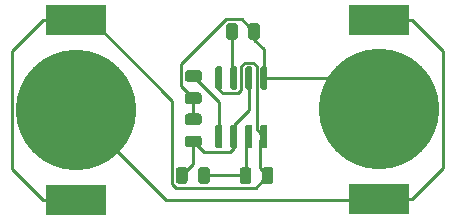
<source format=gbr>
G04 #@! TF.GenerationSoftware,KiCad,Pcbnew,(5.1.5)-3*
G04 #@! TF.CreationDate,2021-08-24T20:05:05-07:00*
G04 #@! TF.ProjectId,Intro_Project,496e7472-6f5f-4507-926f-6a6563742e6b,rev?*
G04 #@! TF.SameCoordinates,Original*
G04 #@! TF.FileFunction,Copper,L1,Top*
G04 #@! TF.FilePolarity,Positive*
%FSLAX46Y46*%
G04 Gerber Fmt 4.6, Leading zero omitted, Abs format (unit mm)*
G04 Created by KiCad (PCBNEW (5.1.5)-3) date 2021-08-24 20:05:05*
%MOMM*%
%LPD*%
G04 APERTURE LIST*
%ADD10C,0.100000*%
%ADD11C,10.200000*%
%ADD12R,5.100000X2.500000*%
%ADD13C,0.250000*%
G04 APERTURE END LIST*
G04 #@! TA.AperFunction,SMDPad,CuDef*
D10*
G36*
X136753203Y-72117222D02*
G01*
X136767764Y-72119382D01*
X136782043Y-72122959D01*
X136795903Y-72127918D01*
X136809210Y-72134212D01*
X136821836Y-72141780D01*
X136833659Y-72150548D01*
X136844566Y-72160434D01*
X136854452Y-72171341D01*
X136863220Y-72183164D01*
X136870788Y-72195790D01*
X136877082Y-72209097D01*
X136882041Y-72222957D01*
X136885618Y-72237236D01*
X136887778Y-72251797D01*
X136888500Y-72266500D01*
X136888500Y-73916500D01*
X136887778Y-73931203D01*
X136885618Y-73945764D01*
X136882041Y-73960043D01*
X136877082Y-73973903D01*
X136870788Y-73987210D01*
X136863220Y-73999836D01*
X136854452Y-74011659D01*
X136844566Y-74022566D01*
X136833659Y-74032452D01*
X136821836Y-74041220D01*
X136809210Y-74048788D01*
X136795903Y-74055082D01*
X136782043Y-74060041D01*
X136767764Y-74063618D01*
X136753203Y-74065778D01*
X136738500Y-74066500D01*
X136438500Y-74066500D01*
X136423797Y-74065778D01*
X136409236Y-74063618D01*
X136394957Y-74060041D01*
X136381097Y-74055082D01*
X136367790Y-74048788D01*
X136355164Y-74041220D01*
X136343341Y-74032452D01*
X136332434Y-74022566D01*
X136322548Y-74011659D01*
X136313780Y-73999836D01*
X136306212Y-73987210D01*
X136299918Y-73973903D01*
X136294959Y-73960043D01*
X136291382Y-73945764D01*
X136289222Y-73931203D01*
X136288500Y-73916500D01*
X136288500Y-72266500D01*
X136289222Y-72251797D01*
X136291382Y-72237236D01*
X136294959Y-72222957D01*
X136299918Y-72209097D01*
X136306212Y-72195790D01*
X136313780Y-72183164D01*
X136322548Y-72171341D01*
X136332434Y-72160434D01*
X136343341Y-72150548D01*
X136355164Y-72141780D01*
X136367790Y-72134212D01*
X136381097Y-72127918D01*
X136394957Y-72122959D01*
X136409236Y-72119382D01*
X136423797Y-72117222D01*
X136438500Y-72116500D01*
X136738500Y-72116500D01*
X136753203Y-72117222D01*
G37*
G04 #@! TD.AperFunction*
G04 #@! TA.AperFunction,SMDPad,CuDef*
G36*
X135483203Y-72117222D02*
G01*
X135497764Y-72119382D01*
X135512043Y-72122959D01*
X135525903Y-72127918D01*
X135539210Y-72134212D01*
X135551836Y-72141780D01*
X135563659Y-72150548D01*
X135574566Y-72160434D01*
X135584452Y-72171341D01*
X135593220Y-72183164D01*
X135600788Y-72195790D01*
X135607082Y-72209097D01*
X135612041Y-72222957D01*
X135615618Y-72237236D01*
X135617778Y-72251797D01*
X135618500Y-72266500D01*
X135618500Y-73916500D01*
X135617778Y-73931203D01*
X135615618Y-73945764D01*
X135612041Y-73960043D01*
X135607082Y-73973903D01*
X135600788Y-73987210D01*
X135593220Y-73999836D01*
X135584452Y-74011659D01*
X135574566Y-74022566D01*
X135563659Y-74032452D01*
X135551836Y-74041220D01*
X135539210Y-74048788D01*
X135525903Y-74055082D01*
X135512043Y-74060041D01*
X135497764Y-74063618D01*
X135483203Y-74065778D01*
X135468500Y-74066500D01*
X135168500Y-74066500D01*
X135153797Y-74065778D01*
X135139236Y-74063618D01*
X135124957Y-74060041D01*
X135111097Y-74055082D01*
X135097790Y-74048788D01*
X135085164Y-74041220D01*
X135073341Y-74032452D01*
X135062434Y-74022566D01*
X135052548Y-74011659D01*
X135043780Y-73999836D01*
X135036212Y-73987210D01*
X135029918Y-73973903D01*
X135024959Y-73960043D01*
X135021382Y-73945764D01*
X135019222Y-73931203D01*
X135018500Y-73916500D01*
X135018500Y-72266500D01*
X135019222Y-72251797D01*
X135021382Y-72237236D01*
X135024959Y-72222957D01*
X135029918Y-72209097D01*
X135036212Y-72195790D01*
X135043780Y-72183164D01*
X135052548Y-72171341D01*
X135062434Y-72160434D01*
X135073341Y-72150548D01*
X135085164Y-72141780D01*
X135097790Y-72134212D01*
X135111097Y-72127918D01*
X135124957Y-72122959D01*
X135139236Y-72119382D01*
X135153797Y-72117222D01*
X135168500Y-72116500D01*
X135468500Y-72116500D01*
X135483203Y-72117222D01*
G37*
G04 #@! TD.AperFunction*
G04 #@! TA.AperFunction,SMDPad,CuDef*
G36*
X134213203Y-72117222D02*
G01*
X134227764Y-72119382D01*
X134242043Y-72122959D01*
X134255903Y-72127918D01*
X134269210Y-72134212D01*
X134281836Y-72141780D01*
X134293659Y-72150548D01*
X134304566Y-72160434D01*
X134314452Y-72171341D01*
X134323220Y-72183164D01*
X134330788Y-72195790D01*
X134337082Y-72209097D01*
X134342041Y-72222957D01*
X134345618Y-72237236D01*
X134347778Y-72251797D01*
X134348500Y-72266500D01*
X134348500Y-73916500D01*
X134347778Y-73931203D01*
X134345618Y-73945764D01*
X134342041Y-73960043D01*
X134337082Y-73973903D01*
X134330788Y-73987210D01*
X134323220Y-73999836D01*
X134314452Y-74011659D01*
X134304566Y-74022566D01*
X134293659Y-74032452D01*
X134281836Y-74041220D01*
X134269210Y-74048788D01*
X134255903Y-74055082D01*
X134242043Y-74060041D01*
X134227764Y-74063618D01*
X134213203Y-74065778D01*
X134198500Y-74066500D01*
X133898500Y-74066500D01*
X133883797Y-74065778D01*
X133869236Y-74063618D01*
X133854957Y-74060041D01*
X133841097Y-74055082D01*
X133827790Y-74048788D01*
X133815164Y-74041220D01*
X133803341Y-74032452D01*
X133792434Y-74022566D01*
X133782548Y-74011659D01*
X133773780Y-73999836D01*
X133766212Y-73987210D01*
X133759918Y-73973903D01*
X133754959Y-73960043D01*
X133751382Y-73945764D01*
X133749222Y-73931203D01*
X133748500Y-73916500D01*
X133748500Y-72266500D01*
X133749222Y-72251797D01*
X133751382Y-72237236D01*
X133754959Y-72222957D01*
X133759918Y-72209097D01*
X133766212Y-72195790D01*
X133773780Y-72183164D01*
X133782548Y-72171341D01*
X133792434Y-72160434D01*
X133803341Y-72150548D01*
X133815164Y-72141780D01*
X133827790Y-72134212D01*
X133841097Y-72127918D01*
X133854957Y-72122959D01*
X133869236Y-72119382D01*
X133883797Y-72117222D01*
X133898500Y-72116500D01*
X134198500Y-72116500D01*
X134213203Y-72117222D01*
G37*
G04 #@! TD.AperFunction*
G04 #@! TA.AperFunction,SMDPad,CuDef*
G36*
X132943203Y-72117222D02*
G01*
X132957764Y-72119382D01*
X132972043Y-72122959D01*
X132985903Y-72127918D01*
X132999210Y-72134212D01*
X133011836Y-72141780D01*
X133023659Y-72150548D01*
X133034566Y-72160434D01*
X133044452Y-72171341D01*
X133053220Y-72183164D01*
X133060788Y-72195790D01*
X133067082Y-72209097D01*
X133072041Y-72222957D01*
X133075618Y-72237236D01*
X133077778Y-72251797D01*
X133078500Y-72266500D01*
X133078500Y-73916500D01*
X133077778Y-73931203D01*
X133075618Y-73945764D01*
X133072041Y-73960043D01*
X133067082Y-73973903D01*
X133060788Y-73987210D01*
X133053220Y-73999836D01*
X133044452Y-74011659D01*
X133034566Y-74022566D01*
X133023659Y-74032452D01*
X133011836Y-74041220D01*
X132999210Y-74048788D01*
X132985903Y-74055082D01*
X132972043Y-74060041D01*
X132957764Y-74063618D01*
X132943203Y-74065778D01*
X132928500Y-74066500D01*
X132628500Y-74066500D01*
X132613797Y-74065778D01*
X132599236Y-74063618D01*
X132584957Y-74060041D01*
X132571097Y-74055082D01*
X132557790Y-74048788D01*
X132545164Y-74041220D01*
X132533341Y-74032452D01*
X132522434Y-74022566D01*
X132512548Y-74011659D01*
X132503780Y-73999836D01*
X132496212Y-73987210D01*
X132489918Y-73973903D01*
X132484959Y-73960043D01*
X132481382Y-73945764D01*
X132479222Y-73931203D01*
X132478500Y-73916500D01*
X132478500Y-72266500D01*
X132479222Y-72251797D01*
X132481382Y-72237236D01*
X132484959Y-72222957D01*
X132489918Y-72209097D01*
X132496212Y-72195790D01*
X132503780Y-72183164D01*
X132512548Y-72171341D01*
X132522434Y-72160434D01*
X132533341Y-72150548D01*
X132545164Y-72141780D01*
X132557790Y-72134212D01*
X132571097Y-72127918D01*
X132584957Y-72122959D01*
X132599236Y-72119382D01*
X132613797Y-72117222D01*
X132628500Y-72116500D01*
X132928500Y-72116500D01*
X132943203Y-72117222D01*
G37*
G04 #@! TD.AperFunction*
G04 #@! TA.AperFunction,SMDPad,CuDef*
G36*
X132943203Y-77067222D02*
G01*
X132957764Y-77069382D01*
X132972043Y-77072959D01*
X132985903Y-77077918D01*
X132999210Y-77084212D01*
X133011836Y-77091780D01*
X133023659Y-77100548D01*
X133034566Y-77110434D01*
X133044452Y-77121341D01*
X133053220Y-77133164D01*
X133060788Y-77145790D01*
X133067082Y-77159097D01*
X133072041Y-77172957D01*
X133075618Y-77187236D01*
X133077778Y-77201797D01*
X133078500Y-77216500D01*
X133078500Y-78866500D01*
X133077778Y-78881203D01*
X133075618Y-78895764D01*
X133072041Y-78910043D01*
X133067082Y-78923903D01*
X133060788Y-78937210D01*
X133053220Y-78949836D01*
X133044452Y-78961659D01*
X133034566Y-78972566D01*
X133023659Y-78982452D01*
X133011836Y-78991220D01*
X132999210Y-78998788D01*
X132985903Y-79005082D01*
X132972043Y-79010041D01*
X132957764Y-79013618D01*
X132943203Y-79015778D01*
X132928500Y-79016500D01*
X132628500Y-79016500D01*
X132613797Y-79015778D01*
X132599236Y-79013618D01*
X132584957Y-79010041D01*
X132571097Y-79005082D01*
X132557790Y-78998788D01*
X132545164Y-78991220D01*
X132533341Y-78982452D01*
X132522434Y-78972566D01*
X132512548Y-78961659D01*
X132503780Y-78949836D01*
X132496212Y-78937210D01*
X132489918Y-78923903D01*
X132484959Y-78910043D01*
X132481382Y-78895764D01*
X132479222Y-78881203D01*
X132478500Y-78866500D01*
X132478500Y-77216500D01*
X132479222Y-77201797D01*
X132481382Y-77187236D01*
X132484959Y-77172957D01*
X132489918Y-77159097D01*
X132496212Y-77145790D01*
X132503780Y-77133164D01*
X132512548Y-77121341D01*
X132522434Y-77110434D01*
X132533341Y-77100548D01*
X132545164Y-77091780D01*
X132557790Y-77084212D01*
X132571097Y-77077918D01*
X132584957Y-77072959D01*
X132599236Y-77069382D01*
X132613797Y-77067222D01*
X132628500Y-77066500D01*
X132928500Y-77066500D01*
X132943203Y-77067222D01*
G37*
G04 #@! TD.AperFunction*
G04 #@! TA.AperFunction,SMDPad,CuDef*
G36*
X134213203Y-77067222D02*
G01*
X134227764Y-77069382D01*
X134242043Y-77072959D01*
X134255903Y-77077918D01*
X134269210Y-77084212D01*
X134281836Y-77091780D01*
X134293659Y-77100548D01*
X134304566Y-77110434D01*
X134314452Y-77121341D01*
X134323220Y-77133164D01*
X134330788Y-77145790D01*
X134337082Y-77159097D01*
X134342041Y-77172957D01*
X134345618Y-77187236D01*
X134347778Y-77201797D01*
X134348500Y-77216500D01*
X134348500Y-78866500D01*
X134347778Y-78881203D01*
X134345618Y-78895764D01*
X134342041Y-78910043D01*
X134337082Y-78923903D01*
X134330788Y-78937210D01*
X134323220Y-78949836D01*
X134314452Y-78961659D01*
X134304566Y-78972566D01*
X134293659Y-78982452D01*
X134281836Y-78991220D01*
X134269210Y-78998788D01*
X134255903Y-79005082D01*
X134242043Y-79010041D01*
X134227764Y-79013618D01*
X134213203Y-79015778D01*
X134198500Y-79016500D01*
X133898500Y-79016500D01*
X133883797Y-79015778D01*
X133869236Y-79013618D01*
X133854957Y-79010041D01*
X133841097Y-79005082D01*
X133827790Y-78998788D01*
X133815164Y-78991220D01*
X133803341Y-78982452D01*
X133792434Y-78972566D01*
X133782548Y-78961659D01*
X133773780Y-78949836D01*
X133766212Y-78937210D01*
X133759918Y-78923903D01*
X133754959Y-78910043D01*
X133751382Y-78895764D01*
X133749222Y-78881203D01*
X133748500Y-78866500D01*
X133748500Y-77216500D01*
X133749222Y-77201797D01*
X133751382Y-77187236D01*
X133754959Y-77172957D01*
X133759918Y-77159097D01*
X133766212Y-77145790D01*
X133773780Y-77133164D01*
X133782548Y-77121341D01*
X133792434Y-77110434D01*
X133803341Y-77100548D01*
X133815164Y-77091780D01*
X133827790Y-77084212D01*
X133841097Y-77077918D01*
X133854957Y-77072959D01*
X133869236Y-77069382D01*
X133883797Y-77067222D01*
X133898500Y-77066500D01*
X134198500Y-77066500D01*
X134213203Y-77067222D01*
G37*
G04 #@! TD.AperFunction*
G04 #@! TA.AperFunction,SMDPad,CuDef*
G36*
X135483203Y-77067222D02*
G01*
X135497764Y-77069382D01*
X135512043Y-77072959D01*
X135525903Y-77077918D01*
X135539210Y-77084212D01*
X135551836Y-77091780D01*
X135563659Y-77100548D01*
X135574566Y-77110434D01*
X135584452Y-77121341D01*
X135593220Y-77133164D01*
X135600788Y-77145790D01*
X135607082Y-77159097D01*
X135612041Y-77172957D01*
X135615618Y-77187236D01*
X135617778Y-77201797D01*
X135618500Y-77216500D01*
X135618500Y-78866500D01*
X135617778Y-78881203D01*
X135615618Y-78895764D01*
X135612041Y-78910043D01*
X135607082Y-78923903D01*
X135600788Y-78937210D01*
X135593220Y-78949836D01*
X135584452Y-78961659D01*
X135574566Y-78972566D01*
X135563659Y-78982452D01*
X135551836Y-78991220D01*
X135539210Y-78998788D01*
X135525903Y-79005082D01*
X135512043Y-79010041D01*
X135497764Y-79013618D01*
X135483203Y-79015778D01*
X135468500Y-79016500D01*
X135168500Y-79016500D01*
X135153797Y-79015778D01*
X135139236Y-79013618D01*
X135124957Y-79010041D01*
X135111097Y-79005082D01*
X135097790Y-78998788D01*
X135085164Y-78991220D01*
X135073341Y-78982452D01*
X135062434Y-78972566D01*
X135052548Y-78961659D01*
X135043780Y-78949836D01*
X135036212Y-78937210D01*
X135029918Y-78923903D01*
X135024959Y-78910043D01*
X135021382Y-78895764D01*
X135019222Y-78881203D01*
X135018500Y-78866500D01*
X135018500Y-77216500D01*
X135019222Y-77201797D01*
X135021382Y-77187236D01*
X135024959Y-77172957D01*
X135029918Y-77159097D01*
X135036212Y-77145790D01*
X135043780Y-77133164D01*
X135052548Y-77121341D01*
X135062434Y-77110434D01*
X135073341Y-77100548D01*
X135085164Y-77091780D01*
X135097790Y-77084212D01*
X135111097Y-77077918D01*
X135124957Y-77072959D01*
X135139236Y-77069382D01*
X135153797Y-77067222D01*
X135168500Y-77066500D01*
X135468500Y-77066500D01*
X135483203Y-77067222D01*
G37*
G04 #@! TD.AperFunction*
G04 #@! TA.AperFunction,SMDPad,CuDef*
G36*
X136753203Y-77067222D02*
G01*
X136767764Y-77069382D01*
X136782043Y-77072959D01*
X136795903Y-77077918D01*
X136809210Y-77084212D01*
X136821836Y-77091780D01*
X136833659Y-77100548D01*
X136844566Y-77110434D01*
X136854452Y-77121341D01*
X136863220Y-77133164D01*
X136870788Y-77145790D01*
X136877082Y-77159097D01*
X136882041Y-77172957D01*
X136885618Y-77187236D01*
X136887778Y-77201797D01*
X136888500Y-77216500D01*
X136888500Y-78866500D01*
X136887778Y-78881203D01*
X136885618Y-78895764D01*
X136882041Y-78910043D01*
X136877082Y-78923903D01*
X136870788Y-78937210D01*
X136863220Y-78949836D01*
X136854452Y-78961659D01*
X136844566Y-78972566D01*
X136833659Y-78982452D01*
X136821836Y-78991220D01*
X136809210Y-78998788D01*
X136795903Y-79005082D01*
X136782043Y-79010041D01*
X136767764Y-79013618D01*
X136753203Y-79015778D01*
X136738500Y-79016500D01*
X136438500Y-79016500D01*
X136423797Y-79015778D01*
X136409236Y-79013618D01*
X136394957Y-79010041D01*
X136381097Y-79005082D01*
X136367790Y-78998788D01*
X136355164Y-78991220D01*
X136343341Y-78982452D01*
X136332434Y-78972566D01*
X136322548Y-78961659D01*
X136313780Y-78949836D01*
X136306212Y-78937210D01*
X136299918Y-78923903D01*
X136294959Y-78910043D01*
X136291382Y-78895764D01*
X136289222Y-78881203D01*
X136288500Y-78866500D01*
X136288500Y-77216500D01*
X136289222Y-77201797D01*
X136291382Y-77187236D01*
X136294959Y-77172957D01*
X136299918Y-77159097D01*
X136306212Y-77145790D01*
X136313780Y-77133164D01*
X136322548Y-77121341D01*
X136332434Y-77110434D01*
X136343341Y-77100548D01*
X136355164Y-77091780D01*
X136367790Y-77084212D01*
X136381097Y-77077918D01*
X136394957Y-77072959D01*
X136409236Y-77069382D01*
X136423797Y-77067222D01*
X136438500Y-77066500D01*
X136738500Y-77066500D01*
X136753203Y-77067222D01*
G37*
G04 #@! TD.AperFunction*
D11*
X146367500Y-75755500D03*
D12*
X146367500Y-83355500D03*
X146367500Y-68155500D03*
X120713500Y-83419000D03*
X120713500Y-68219000D03*
D11*
X120713500Y-75819000D03*
G04 #@! TA.AperFunction,SMDPad,CuDef*
D10*
G36*
X131099642Y-74316674D02*
G01*
X131123303Y-74320184D01*
X131146507Y-74325996D01*
X131169029Y-74334054D01*
X131190653Y-74344282D01*
X131211170Y-74356579D01*
X131230383Y-74370829D01*
X131248107Y-74386893D01*
X131264171Y-74404617D01*
X131278421Y-74423830D01*
X131290718Y-74444347D01*
X131300946Y-74465971D01*
X131309004Y-74488493D01*
X131314816Y-74511697D01*
X131318326Y-74535358D01*
X131319500Y-74559250D01*
X131319500Y-75046750D01*
X131318326Y-75070642D01*
X131314816Y-75094303D01*
X131309004Y-75117507D01*
X131300946Y-75140029D01*
X131290718Y-75161653D01*
X131278421Y-75182170D01*
X131264171Y-75201383D01*
X131248107Y-75219107D01*
X131230383Y-75235171D01*
X131211170Y-75249421D01*
X131190653Y-75261718D01*
X131169029Y-75271946D01*
X131146507Y-75280004D01*
X131123303Y-75285816D01*
X131099642Y-75289326D01*
X131075750Y-75290500D01*
X130163250Y-75290500D01*
X130139358Y-75289326D01*
X130115697Y-75285816D01*
X130092493Y-75280004D01*
X130069971Y-75271946D01*
X130048347Y-75261718D01*
X130027830Y-75249421D01*
X130008617Y-75235171D01*
X129990893Y-75219107D01*
X129974829Y-75201383D01*
X129960579Y-75182170D01*
X129948282Y-75161653D01*
X129938054Y-75140029D01*
X129929996Y-75117507D01*
X129924184Y-75094303D01*
X129920674Y-75070642D01*
X129919500Y-75046750D01*
X129919500Y-74559250D01*
X129920674Y-74535358D01*
X129924184Y-74511697D01*
X129929996Y-74488493D01*
X129938054Y-74465971D01*
X129948282Y-74444347D01*
X129960579Y-74423830D01*
X129974829Y-74404617D01*
X129990893Y-74386893D01*
X130008617Y-74370829D01*
X130027830Y-74356579D01*
X130048347Y-74344282D01*
X130069971Y-74334054D01*
X130092493Y-74325996D01*
X130115697Y-74320184D01*
X130139358Y-74316674D01*
X130163250Y-74315500D01*
X131075750Y-74315500D01*
X131099642Y-74316674D01*
G37*
G04 #@! TD.AperFunction*
G04 #@! TA.AperFunction,SMDPad,CuDef*
G36*
X131099642Y-72441674D02*
G01*
X131123303Y-72445184D01*
X131146507Y-72450996D01*
X131169029Y-72459054D01*
X131190653Y-72469282D01*
X131211170Y-72481579D01*
X131230383Y-72495829D01*
X131248107Y-72511893D01*
X131264171Y-72529617D01*
X131278421Y-72548830D01*
X131290718Y-72569347D01*
X131300946Y-72590971D01*
X131309004Y-72613493D01*
X131314816Y-72636697D01*
X131318326Y-72660358D01*
X131319500Y-72684250D01*
X131319500Y-73171750D01*
X131318326Y-73195642D01*
X131314816Y-73219303D01*
X131309004Y-73242507D01*
X131300946Y-73265029D01*
X131290718Y-73286653D01*
X131278421Y-73307170D01*
X131264171Y-73326383D01*
X131248107Y-73344107D01*
X131230383Y-73360171D01*
X131211170Y-73374421D01*
X131190653Y-73386718D01*
X131169029Y-73396946D01*
X131146507Y-73405004D01*
X131123303Y-73410816D01*
X131099642Y-73414326D01*
X131075750Y-73415500D01*
X130163250Y-73415500D01*
X130139358Y-73414326D01*
X130115697Y-73410816D01*
X130092493Y-73405004D01*
X130069971Y-73396946D01*
X130048347Y-73386718D01*
X130027830Y-73374421D01*
X130008617Y-73360171D01*
X129990893Y-73344107D01*
X129974829Y-73326383D01*
X129960579Y-73307170D01*
X129948282Y-73286653D01*
X129938054Y-73265029D01*
X129929996Y-73242507D01*
X129924184Y-73219303D01*
X129920674Y-73195642D01*
X129919500Y-73171750D01*
X129919500Y-72684250D01*
X129920674Y-72660358D01*
X129924184Y-72636697D01*
X129929996Y-72613493D01*
X129938054Y-72590971D01*
X129948282Y-72569347D01*
X129960579Y-72548830D01*
X129974829Y-72529617D01*
X129990893Y-72511893D01*
X130008617Y-72495829D01*
X130027830Y-72481579D01*
X130048347Y-72469282D01*
X130069971Y-72459054D01*
X130092493Y-72450996D01*
X130115697Y-72445184D01*
X130139358Y-72441674D01*
X130163250Y-72440500D01*
X131075750Y-72440500D01*
X131099642Y-72441674D01*
G37*
G04 #@! TD.AperFunction*
G04 #@! TA.AperFunction,SMDPad,CuDef*
G36*
X131099642Y-76094674D02*
G01*
X131123303Y-76098184D01*
X131146507Y-76103996D01*
X131169029Y-76112054D01*
X131190653Y-76122282D01*
X131211170Y-76134579D01*
X131230383Y-76148829D01*
X131248107Y-76164893D01*
X131264171Y-76182617D01*
X131278421Y-76201830D01*
X131290718Y-76222347D01*
X131300946Y-76243971D01*
X131309004Y-76266493D01*
X131314816Y-76289697D01*
X131318326Y-76313358D01*
X131319500Y-76337250D01*
X131319500Y-76824750D01*
X131318326Y-76848642D01*
X131314816Y-76872303D01*
X131309004Y-76895507D01*
X131300946Y-76918029D01*
X131290718Y-76939653D01*
X131278421Y-76960170D01*
X131264171Y-76979383D01*
X131248107Y-76997107D01*
X131230383Y-77013171D01*
X131211170Y-77027421D01*
X131190653Y-77039718D01*
X131169029Y-77049946D01*
X131146507Y-77058004D01*
X131123303Y-77063816D01*
X131099642Y-77067326D01*
X131075750Y-77068500D01*
X130163250Y-77068500D01*
X130139358Y-77067326D01*
X130115697Y-77063816D01*
X130092493Y-77058004D01*
X130069971Y-77049946D01*
X130048347Y-77039718D01*
X130027830Y-77027421D01*
X130008617Y-77013171D01*
X129990893Y-76997107D01*
X129974829Y-76979383D01*
X129960579Y-76960170D01*
X129948282Y-76939653D01*
X129938054Y-76918029D01*
X129929996Y-76895507D01*
X129924184Y-76872303D01*
X129920674Y-76848642D01*
X129919500Y-76824750D01*
X129919500Y-76337250D01*
X129920674Y-76313358D01*
X129924184Y-76289697D01*
X129929996Y-76266493D01*
X129938054Y-76243971D01*
X129948282Y-76222347D01*
X129960579Y-76201830D01*
X129974829Y-76182617D01*
X129990893Y-76164893D01*
X130008617Y-76148829D01*
X130027830Y-76134579D01*
X130048347Y-76122282D01*
X130069971Y-76112054D01*
X130092493Y-76103996D01*
X130115697Y-76098184D01*
X130139358Y-76094674D01*
X130163250Y-76093500D01*
X131075750Y-76093500D01*
X131099642Y-76094674D01*
G37*
G04 #@! TD.AperFunction*
G04 #@! TA.AperFunction,SMDPad,CuDef*
G36*
X131099642Y-77969674D02*
G01*
X131123303Y-77973184D01*
X131146507Y-77978996D01*
X131169029Y-77987054D01*
X131190653Y-77997282D01*
X131211170Y-78009579D01*
X131230383Y-78023829D01*
X131248107Y-78039893D01*
X131264171Y-78057617D01*
X131278421Y-78076830D01*
X131290718Y-78097347D01*
X131300946Y-78118971D01*
X131309004Y-78141493D01*
X131314816Y-78164697D01*
X131318326Y-78188358D01*
X131319500Y-78212250D01*
X131319500Y-78699750D01*
X131318326Y-78723642D01*
X131314816Y-78747303D01*
X131309004Y-78770507D01*
X131300946Y-78793029D01*
X131290718Y-78814653D01*
X131278421Y-78835170D01*
X131264171Y-78854383D01*
X131248107Y-78872107D01*
X131230383Y-78888171D01*
X131211170Y-78902421D01*
X131190653Y-78914718D01*
X131169029Y-78924946D01*
X131146507Y-78933004D01*
X131123303Y-78938816D01*
X131099642Y-78942326D01*
X131075750Y-78943500D01*
X130163250Y-78943500D01*
X130139358Y-78942326D01*
X130115697Y-78938816D01*
X130092493Y-78933004D01*
X130069971Y-78924946D01*
X130048347Y-78914718D01*
X130027830Y-78902421D01*
X130008617Y-78888171D01*
X129990893Y-78872107D01*
X129974829Y-78854383D01*
X129960579Y-78835170D01*
X129948282Y-78814653D01*
X129938054Y-78793029D01*
X129929996Y-78770507D01*
X129924184Y-78747303D01*
X129920674Y-78723642D01*
X129919500Y-78699750D01*
X129919500Y-78212250D01*
X129920674Y-78188358D01*
X129924184Y-78164697D01*
X129929996Y-78141493D01*
X129938054Y-78118971D01*
X129948282Y-78097347D01*
X129960579Y-78076830D01*
X129974829Y-78057617D01*
X129990893Y-78039893D01*
X130008617Y-78023829D01*
X130027830Y-78009579D01*
X130048347Y-77997282D01*
X130069971Y-77987054D01*
X130092493Y-77978996D01*
X130115697Y-77973184D01*
X130139358Y-77969674D01*
X130163250Y-77968500D01*
X131075750Y-77968500D01*
X131099642Y-77969674D01*
G37*
G04 #@! TD.AperFunction*
G04 #@! TA.AperFunction,SMDPad,CuDef*
G36*
X136030642Y-68452674D02*
G01*
X136054303Y-68456184D01*
X136077507Y-68461996D01*
X136100029Y-68470054D01*
X136121653Y-68480282D01*
X136142170Y-68492579D01*
X136161383Y-68506829D01*
X136179107Y-68522893D01*
X136195171Y-68540617D01*
X136209421Y-68559830D01*
X136221718Y-68580347D01*
X136231946Y-68601971D01*
X136240004Y-68624493D01*
X136245816Y-68647697D01*
X136249326Y-68671358D01*
X136250500Y-68695250D01*
X136250500Y-69607750D01*
X136249326Y-69631642D01*
X136245816Y-69655303D01*
X136240004Y-69678507D01*
X136231946Y-69701029D01*
X136221718Y-69722653D01*
X136209421Y-69743170D01*
X136195171Y-69762383D01*
X136179107Y-69780107D01*
X136161383Y-69796171D01*
X136142170Y-69810421D01*
X136121653Y-69822718D01*
X136100029Y-69832946D01*
X136077507Y-69841004D01*
X136054303Y-69846816D01*
X136030642Y-69850326D01*
X136006750Y-69851500D01*
X135519250Y-69851500D01*
X135495358Y-69850326D01*
X135471697Y-69846816D01*
X135448493Y-69841004D01*
X135425971Y-69832946D01*
X135404347Y-69822718D01*
X135383830Y-69810421D01*
X135364617Y-69796171D01*
X135346893Y-69780107D01*
X135330829Y-69762383D01*
X135316579Y-69743170D01*
X135304282Y-69722653D01*
X135294054Y-69701029D01*
X135285996Y-69678507D01*
X135280184Y-69655303D01*
X135276674Y-69631642D01*
X135275500Y-69607750D01*
X135275500Y-68695250D01*
X135276674Y-68671358D01*
X135280184Y-68647697D01*
X135285996Y-68624493D01*
X135294054Y-68601971D01*
X135304282Y-68580347D01*
X135316579Y-68559830D01*
X135330829Y-68540617D01*
X135346893Y-68522893D01*
X135364617Y-68506829D01*
X135383830Y-68492579D01*
X135404347Y-68480282D01*
X135425971Y-68470054D01*
X135448493Y-68461996D01*
X135471697Y-68456184D01*
X135495358Y-68452674D01*
X135519250Y-68451500D01*
X136006750Y-68451500D01*
X136030642Y-68452674D01*
G37*
G04 #@! TD.AperFunction*
G04 #@! TA.AperFunction,SMDPad,CuDef*
G36*
X134155642Y-68452674D02*
G01*
X134179303Y-68456184D01*
X134202507Y-68461996D01*
X134225029Y-68470054D01*
X134246653Y-68480282D01*
X134267170Y-68492579D01*
X134286383Y-68506829D01*
X134304107Y-68522893D01*
X134320171Y-68540617D01*
X134334421Y-68559830D01*
X134346718Y-68580347D01*
X134356946Y-68601971D01*
X134365004Y-68624493D01*
X134370816Y-68647697D01*
X134374326Y-68671358D01*
X134375500Y-68695250D01*
X134375500Y-69607750D01*
X134374326Y-69631642D01*
X134370816Y-69655303D01*
X134365004Y-69678507D01*
X134356946Y-69701029D01*
X134346718Y-69722653D01*
X134334421Y-69743170D01*
X134320171Y-69762383D01*
X134304107Y-69780107D01*
X134286383Y-69796171D01*
X134267170Y-69810421D01*
X134246653Y-69822718D01*
X134225029Y-69832946D01*
X134202507Y-69841004D01*
X134179303Y-69846816D01*
X134155642Y-69850326D01*
X134131750Y-69851500D01*
X133644250Y-69851500D01*
X133620358Y-69850326D01*
X133596697Y-69846816D01*
X133573493Y-69841004D01*
X133550971Y-69832946D01*
X133529347Y-69822718D01*
X133508830Y-69810421D01*
X133489617Y-69796171D01*
X133471893Y-69780107D01*
X133455829Y-69762383D01*
X133441579Y-69743170D01*
X133429282Y-69722653D01*
X133419054Y-69701029D01*
X133410996Y-69678507D01*
X133405184Y-69655303D01*
X133401674Y-69631642D01*
X133400500Y-69607750D01*
X133400500Y-68695250D01*
X133401674Y-68671358D01*
X133405184Y-68647697D01*
X133410996Y-68624493D01*
X133419054Y-68601971D01*
X133429282Y-68580347D01*
X133441579Y-68559830D01*
X133455829Y-68540617D01*
X133471893Y-68522893D01*
X133489617Y-68506829D01*
X133508830Y-68492579D01*
X133529347Y-68480282D01*
X133550971Y-68470054D01*
X133573493Y-68461996D01*
X133596697Y-68456184D01*
X133620358Y-68452674D01*
X133644250Y-68451500D01*
X134131750Y-68451500D01*
X134155642Y-68452674D01*
G37*
G04 #@! TD.AperFunction*
G04 #@! TA.AperFunction,SMDPad,CuDef*
G36*
X135298642Y-80644674D02*
G01*
X135322303Y-80648184D01*
X135345507Y-80653996D01*
X135368029Y-80662054D01*
X135389653Y-80672282D01*
X135410170Y-80684579D01*
X135429383Y-80698829D01*
X135447107Y-80714893D01*
X135463171Y-80732617D01*
X135477421Y-80751830D01*
X135489718Y-80772347D01*
X135499946Y-80793971D01*
X135508004Y-80816493D01*
X135513816Y-80839697D01*
X135517326Y-80863358D01*
X135518500Y-80887250D01*
X135518500Y-81799750D01*
X135517326Y-81823642D01*
X135513816Y-81847303D01*
X135508004Y-81870507D01*
X135499946Y-81893029D01*
X135489718Y-81914653D01*
X135477421Y-81935170D01*
X135463171Y-81954383D01*
X135447107Y-81972107D01*
X135429383Y-81988171D01*
X135410170Y-82002421D01*
X135389653Y-82014718D01*
X135368029Y-82024946D01*
X135345507Y-82033004D01*
X135322303Y-82038816D01*
X135298642Y-82042326D01*
X135274750Y-82043500D01*
X134787250Y-82043500D01*
X134763358Y-82042326D01*
X134739697Y-82038816D01*
X134716493Y-82033004D01*
X134693971Y-82024946D01*
X134672347Y-82014718D01*
X134651830Y-82002421D01*
X134632617Y-81988171D01*
X134614893Y-81972107D01*
X134598829Y-81954383D01*
X134584579Y-81935170D01*
X134572282Y-81914653D01*
X134562054Y-81893029D01*
X134553996Y-81870507D01*
X134548184Y-81847303D01*
X134544674Y-81823642D01*
X134543500Y-81799750D01*
X134543500Y-80887250D01*
X134544674Y-80863358D01*
X134548184Y-80839697D01*
X134553996Y-80816493D01*
X134562054Y-80793971D01*
X134572282Y-80772347D01*
X134584579Y-80751830D01*
X134598829Y-80732617D01*
X134614893Y-80714893D01*
X134632617Y-80698829D01*
X134651830Y-80684579D01*
X134672347Y-80672282D01*
X134693971Y-80662054D01*
X134716493Y-80653996D01*
X134739697Y-80648184D01*
X134763358Y-80644674D01*
X134787250Y-80643500D01*
X135274750Y-80643500D01*
X135298642Y-80644674D01*
G37*
G04 #@! TD.AperFunction*
G04 #@! TA.AperFunction,SMDPad,CuDef*
G36*
X137173642Y-80644674D02*
G01*
X137197303Y-80648184D01*
X137220507Y-80653996D01*
X137243029Y-80662054D01*
X137264653Y-80672282D01*
X137285170Y-80684579D01*
X137304383Y-80698829D01*
X137322107Y-80714893D01*
X137338171Y-80732617D01*
X137352421Y-80751830D01*
X137364718Y-80772347D01*
X137374946Y-80793971D01*
X137383004Y-80816493D01*
X137388816Y-80839697D01*
X137392326Y-80863358D01*
X137393500Y-80887250D01*
X137393500Y-81799750D01*
X137392326Y-81823642D01*
X137388816Y-81847303D01*
X137383004Y-81870507D01*
X137374946Y-81893029D01*
X137364718Y-81914653D01*
X137352421Y-81935170D01*
X137338171Y-81954383D01*
X137322107Y-81972107D01*
X137304383Y-81988171D01*
X137285170Y-82002421D01*
X137264653Y-82014718D01*
X137243029Y-82024946D01*
X137220507Y-82033004D01*
X137197303Y-82038816D01*
X137173642Y-82042326D01*
X137149750Y-82043500D01*
X136662250Y-82043500D01*
X136638358Y-82042326D01*
X136614697Y-82038816D01*
X136591493Y-82033004D01*
X136568971Y-82024946D01*
X136547347Y-82014718D01*
X136526830Y-82002421D01*
X136507617Y-81988171D01*
X136489893Y-81972107D01*
X136473829Y-81954383D01*
X136459579Y-81935170D01*
X136447282Y-81914653D01*
X136437054Y-81893029D01*
X136428996Y-81870507D01*
X136423184Y-81847303D01*
X136419674Y-81823642D01*
X136418500Y-81799750D01*
X136418500Y-80887250D01*
X136419674Y-80863358D01*
X136423184Y-80839697D01*
X136428996Y-80816493D01*
X136437054Y-80793971D01*
X136447282Y-80772347D01*
X136459579Y-80751830D01*
X136473829Y-80732617D01*
X136489893Y-80714893D01*
X136507617Y-80698829D01*
X136526830Y-80684579D01*
X136547347Y-80672282D01*
X136568971Y-80662054D01*
X136591493Y-80653996D01*
X136614697Y-80648184D01*
X136638358Y-80644674D01*
X136662250Y-80643500D01*
X137149750Y-80643500D01*
X137173642Y-80644674D01*
G37*
G04 #@! TD.AperFunction*
G04 #@! TA.AperFunction,SMDPad,CuDef*
G36*
X131776142Y-80644674D02*
G01*
X131799803Y-80648184D01*
X131823007Y-80653996D01*
X131845529Y-80662054D01*
X131867153Y-80672282D01*
X131887670Y-80684579D01*
X131906883Y-80698829D01*
X131924607Y-80714893D01*
X131940671Y-80732617D01*
X131954921Y-80751830D01*
X131967218Y-80772347D01*
X131977446Y-80793971D01*
X131985504Y-80816493D01*
X131991316Y-80839697D01*
X131994826Y-80863358D01*
X131996000Y-80887250D01*
X131996000Y-81799750D01*
X131994826Y-81823642D01*
X131991316Y-81847303D01*
X131985504Y-81870507D01*
X131977446Y-81893029D01*
X131967218Y-81914653D01*
X131954921Y-81935170D01*
X131940671Y-81954383D01*
X131924607Y-81972107D01*
X131906883Y-81988171D01*
X131887670Y-82002421D01*
X131867153Y-82014718D01*
X131845529Y-82024946D01*
X131823007Y-82033004D01*
X131799803Y-82038816D01*
X131776142Y-82042326D01*
X131752250Y-82043500D01*
X131264750Y-82043500D01*
X131240858Y-82042326D01*
X131217197Y-82038816D01*
X131193993Y-82033004D01*
X131171471Y-82024946D01*
X131149847Y-82014718D01*
X131129330Y-82002421D01*
X131110117Y-81988171D01*
X131092393Y-81972107D01*
X131076329Y-81954383D01*
X131062079Y-81935170D01*
X131049782Y-81914653D01*
X131039554Y-81893029D01*
X131031496Y-81870507D01*
X131025684Y-81847303D01*
X131022174Y-81823642D01*
X131021000Y-81799750D01*
X131021000Y-80887250D01*
X131022174Y-80863358D01*
X131025684Y-80839697D01*
X131031496Y-80816493D01*
X131039554Y-80793971D01*
X131049782Y-80772347D01*
X131062079Y-80751830D01*
X131076329Y-80732617D01*
X131092393Y-80714893D01*
X131110117Y-80698829D01*
X131129330Y-80684579D01*
X131149847Y-80672282D01*
X131171471Y-80662054D01*
X131193993Y-80653996D01*
X131217197Y-80648184D01*
X131240858Y-80644674D01*
X131264750Y-80643500D01*
X131752250Y-80643500D01*
X131776142Y-80644674D01*
G37*
G04 #@! TD.AperFunction*
G04 #@! TA.AperFunction,SMDPad,CuDef*
G36*
X129901142Y-80644674D02*
G01*
X129924803Y-80648184D01*
X129948007Y-80653996D01*
X129970529Y-80662054D01*
X129992153Y-80672282D01*
X130012670Y-80684579D01*
X130031883Y-80698829D01*
X130049607Y-80714893D01*
X130065671Y-80732617D01*
X130079921Y-80751830D01*
X130092218Y-80772347D01*
X130102446Y-80793971D01*
X130110504Y-80816493D01*
X130116316Y-80839697D01*
X130119826Y-80863358D01*
X130121000Y-80887250D01*
X130121000Y-81799750D01*
X130119826Y-81823642D01*
X130116316Y-81847303D01*
X130110504Y-81870507D01*
X130102446Y-81893029D01*
X130092218Y-81914653D01*
X130079921Y-81935170D01*
X130065671Y-81954383D01*
X130049607Y-81972107D01*
X130031883Y-81988171D01*
X130012670Y-82002421D01*
X129992153Y-82014718D01*
X129970529Y-82024946D01*
X129948007Y-82033004D01*
X129924803Y-82038816D01*
X129901142Y-82042326D01*
X129877250Y-82043500D01*
X129389750Y-82043500D01*
X129365858Y-82042326D01*
X129342197Y-82038816D01*
X129318993Y-82033004D01*
X129296471Y-82024946D01*
X129274847Y-82014718D01*
X129254330Y-82002421D01*
X129235117Y-81988171D01*
X129217393Y-81972107D01*
X129201329Y-81954383D01*
X129187079Y-81935170D01*
X129174782Y-81914653D01*
X129164554Y-81893029D01*
X129156496Y-81870507D01*
X129150684Y-81847303D01*
X129147174Y-81823642D01*
X129146000Y-81799750D01*
X129146000Y-80887250D01*
X129147174Y-80863358D01*
X129150684Y-80839697D01*
X129156496Y-80816493D01*
X129164554Y-80793971D01*
X129174782Y-80772347D01*
X129187079Y-80751830D01*
X129201329Y-80732617D01*
X129217393Y-80714893D01*
X129235117Y-80698829D01*
X129254330Y-80684579D01*
X129274847Y-80672282D01*
X129296471Y-80662054D01*
X129318993Y-80653996D01*
X129342197Y-80648184D01*
X129365858Y-80644674D01*
X129389750Y-80643500D01*
X129877250Y-80643500D01*
X129901142Y-80644674D01*
G37*
G04 #@! TD.AperFunction*
D13*
X136288500Y-80726000D02*
X136420473Y-80857973D01*
X136288500Y-78341500D02*
X136288500Y-80726000D01*
X136420473Y-80857973D02*
X136906000Y-81343500D01*
X136588500Y-78041500D02*
X136288500Y-78341500D01*
X135963490Y-77416490D02*
X136288500Y-77741500D01*
X135963490Y-72089722D02*
X135963490Y-77416490D01*
X136288500Y-77741500D02*
X136588500Y-78041500D01*
X134673510Y-72089722D02*
X134971742Y-71791490D01*
X135665258Y-71791490D02*
X135963490Y-72089722D01*
X134395258Y-74391510D02*
X134673510Y-74113258D01*
X134971742Y-71791490D02*
X135665258Y-71791490D01*
X134673510Y-74113258D02*
X134673510Y-72089722D01*
X133103510Y-74391510D02*
X134395258Y-74391510D01*
X132778500Y-74066500D02*
X133103510Y-74391510D01*
X132778500Y-73091500D02*
X132778500Y-74066500D01*
X117913500Y-83419000D02*
X120713500Y-83419000D01*
X115288499Y-80793999D02*
X117913500Y-83419000D01*
X115288499Y-70844001D02*
X115288499Y-80793999D01*
X117913500Y-68219000D02*
X115288499Y-70844001D01*
X120713500Y-68219000D02*
X117913500Y-68219000D01*
X129154160Y-82368510D02*
X135880990Y-82368510D01*
X136420473Y-81829027D02*
X136906000Y-81343500D01*
X128820990Y-82035340D02*
X129154160Y-82368510D01*
X128820990Y-75026490D02*
X128820990Y-82035340D01*
X122013500Y-68219000D02*
X128820990Y-75026490D01*
X135880990Y-82368510D02*
X136420473Y-81829027D01*
X120713500Y-68219000D02*
X122013500Y-68219000D01*
X128313500Y-83419000D02*
X144970500Y-83419000D01*
X120713500Y-75819000D02*
X128313500Y-83419000D01*
X149167500Y-83355500D02*
X146367500Y-83355500D01*
X151792501Y-80730499D02*
X149167500Y-83355500D01*
X151792501Y-70780501D02*
X151792501Y-80730499D01*
X149167500Y-68155500D02*
X151792501Y-70780501D01*
X146367500Y-68155500D02*
X149167500Y-68155500D01*
X136588500Y-72116500D02*
X136588500Y-73091500D01*
X136588500Y-70677000D02*
X136588500Y-72116500D01*
X135763000Y-69851500D02*
X136588500Y-70677000D01*
X135763000Y-69151500D02*
X135763000Y-69851500D01*
X130619500Y-76581000D02*
X130619500Y-74803000D01*
X135277473Y-68665973D02*
X135763000Y-69151500D01*
X133408660Y-68126490D02*
X134737990Y-68126490D01*
X129594490Y-71940660D02*
X133408660Y-68126490D01*
X129594490Y-73777990D02*
X129594490Y-71940660D01*
X134737990Y-68126490D02*
X135277473Y-68665973D01*
X130619500Y-74803000D02*
X129594490Y-73777990D01*
X143703500Y-73091500D02*
X146367500Y-75755500D01*
X136588500Y-73091500D02*
X143703500Y-73091500D01*
X132778500Y-75087000D02*
X132778500Y-78041500D01*
X130619500Y-72928000D02*
X132778500Y-75087000D01*
X130619500Y-80357500D02*
X130619500Y-78456000D01*
X129633500Y-81343500D02*
X130619500Y-80357500D01*
X134048500Y-79016500D02*
X134048500Y-78041500D01*
X133723490Y-79341510D02*
X134048500Y-79016500D01*
X131505010Y-79341510D02*
X133723490Y-79341510D01*
X130619500Y-78456000D02*
X131505010Y-79341510D01*
X135318500Y-75796500D02*
X135318500Y-74066500D01*
X135318500Y-74066500D02*
X135318500Y-73091500D01*
X134048500Y-77066500D02*
X135318500Y-75796500D01*
X134048500Y-78041500D02*
X134048500Y-77066500D01*
X133888000Y-69151500D02*
X133888000Y-73312500D01*
X134048500Y-73152000D02*
X134048500Y-73091500D01*
X133888000Y-73312500D02*
X134048500Y-73152000D01*
X131508500Y-81343500D02*
X135031000Y-81343500D01*
X135031000Y-78329000D02*
X135318500Y-78041500D01*
X135031000Y-81343500D02*
X135031000Y-78329000D01*
M02*

</source>
